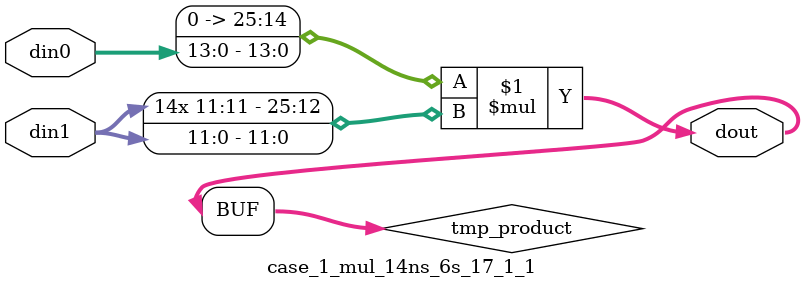
<source format=v>

`timescale 1 ns / 1 ps

 (* use_dsp = "no" *)  module case_1_mul_14ns_6s_17_1_1(din0, din1, dout);
parameter ID = 1;
parameter NUM_STAGE = 0;
parameter din0_WIDTH = 14;
parameter din1_WIDTH = 12;
parameter dout_WIDTH = 26;

input [din0_WIDTH - 1 : 0] din0; 
input [din1_WIDTH - 1 : 0] din1; 
output [dout_WIDTH - 1 : 0] dout;

wire signed [dout_WIDTH - 1 : 0] tmp_product;

























assign tmp_product = $signed({1'b0, din0}) * $signed(din1);










assign dout = tmp_product;





















endmodule

</source>
